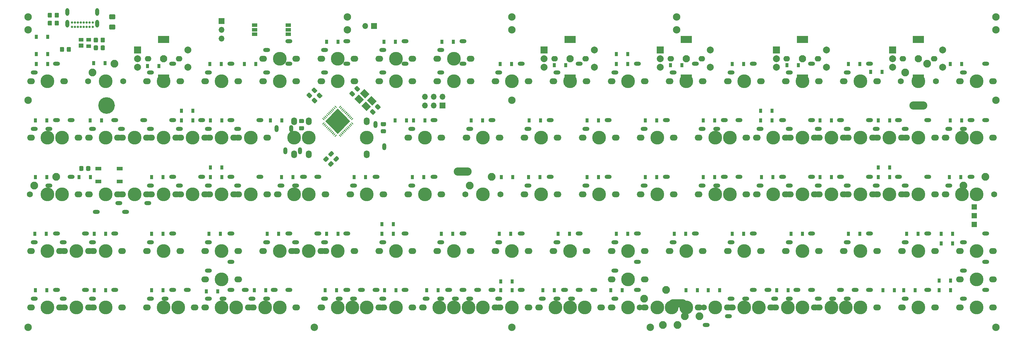
<source format=gbr>
%TF.GenerationSoftware,KiCad,Pcbnew,(5.1.9-0-10_14)*%
%TF.CreationDate,2021-02-02T05:51:32+09:00*%
%TF.ProjectId,Unison,556e6973-6f6e-42e6-9b69-6361645f7063,v01_1AU*%
%TF.SameCoordinates,Original*%
%TF.FileFunction,Soldermask,Bot*%
%TF.FilePolarity,Negative*%
%FSLAX46Y46*%
G04 Gerber Fmt 4.6, Leading zero omitted, Abs format (unit mm)*
G04 Created by KiCad (PCBNEW (5.1.9-0-10_14)) date 2021-02-02 05:51:32*
%MOMM*%
%LPD*%
G01*
G04 APERTURE LIST*
%ADD10C,2.250000*%
%ADD11C,3.987800*%
%ADD12C,1.750000*%
%ADD13O,5.200000X2.400000*%
%ADD14C,1.000000*%
%ADD15C,4.800000*%
%ADD16R,1.400000X1.000000*%
%ADD17R,1.400000X1.200000*%
%ADD18C,0.100000*%
%ADD19R,0.900000X1.200000*%
%ADD20R,1.500000X1.000000*%
%ADD21R,1.524000X1.524000*%
%ADD22R,1.800000X1.100000*%
%ADD23O,1.108000X2.216000*%
%ADD24C,0.650000*%
%ADD25O,1.900000X1.600000*%
%ADD26C,2.100000*%
%ADD27R,2.000000X2.000000*%
%ADD28C,2.000000*%
%ADD29R,3.200000X2.000000*%
%ADD30R,1.700000X1.700000*%
%ADD31O,1.700000X1.700000*%
%ADD32C,2.140000*%
%ADD33O,2.260000X1.680000*%
%ADD34O,2.000000X1.200000*%
%ADD35C,3.980000*%
%ADD36O,1.680000X2.260000*%
%ADD37O,1.200000X2.000000*%
G04 APERTURE END LIST*
%TO.C,C2*%
G36*
G01*
X118804073Y-46217678D02*
X118132322Y-45545927D01*
G75*
G02*
X118132322Y-45192373I176777J176777D01*
G01*
X118609619Y-44715076D01*
G75*
G02*
X118963173Y-44715076I176777J-176777D01*
G01*
X119634924Y-45386827D01*
G75*
G02*
X119634924Y-45740381I-176777J-176777D01*
G01*
X119157627Y-46217678D01*
G75*
G02*
X118804073Y-46217678I-176777J176777D01*
G01*
G37*
G36*
G01*
X117336827Y-47684924D02*
X116665076Y-47013173D01*
G75*
G02*
X116665076Y-46659619I176777J176777D01*
G01*
X117142373Y-46182322D01*
G75*
G02*
X117495927Y-46182322I176777J-176777D01*
G01*
X118167678Y-46854073D01*
G75*
G02*
X118167678Y-47207627I-176777J-176777D01*
G01*
X117690381Y-47684924D01*
G75*
G02*
X117336827Y-47684924I-176777J176777D01*
G01*
G37*
%TD*%
D10*
%TO.C,SW_91*%
X277840000Y-32920008D03*
D11*
X275300000Y-38000008D03*
D10*
X271490000Y-35460008D03*
D12*
X270220000Y-38000008D03*
X280380000Y-38000008D03*
%TD*%
D10*
%TO.C,SW_60_3*%
X202240000Y-98520000D03*
D11*
X199700000Y-103600000D03*
D10*
X195890000Y-101060000D03*
D12*
X194620000Y-103600000D03*
X204780000Y-103600000D03*
%TD*%
D10*
%TO.C,SW_75_1*%
X205560000Y-108680000D03*
D11*
X208100000Y-103600000D03*
D10*
X211910000Y-106140000D03*
D12*
X213180000Y-103600000D03*
X203020000Y-103600000D03*
%TD*%
D10*
%TO.C,SW_75_2*%
X201360000Y-108680000D03*
D11*
X203900000Y-103600000D03*
D10*
X207710000Y-106140000D03*
D12*
X208980000Y-103600000D03*
X198820000Y-103600000D03*
%TD*%
D10*
%TO.C,SW_21*%
X42640000Y-32920000D03*
D11*
X40100000Y-38000000D03*
D10*
X36290000Y-35460000D03*
D12*
X35020000Y-38000000D03*
X45180000Y-38000000D03*
%TD*%
D10*
%TO.C,SW_53*%
X151840000Y-65720000D03*
D11*
X149300000Y-70800000D03*
D10*
X145490000Y-68260000D03*
D12*
X144220000Y-70800000D03*
X154380000Y-70800000D03*
%TD*%
D10*
%TO.C,SW_18_1*%
X25840000Y-65720000D03*
D11*
X23300000Y-70800000D03*
D10*
X19490000Y-68260000D03*
D12*
X18220000Y-70800000D03*
X28380000Y-70800000D03*
%TD*%
D10*
%TO.C,SW_8_1*%
X294640000Y-65720000D03*
D11*
X292100000Y-70800000D03*
D10*
X288290000Y-68260000D03*
D12*
X287020000Y-70800000D03*
X297180000Y-70800000D03*
%TD*%
D13*
%TO.C,REF\u002A\u002A*%
X143400000Y-64200000D03*
X205700000Y-102400000D03*
X275250000Y-45100000D03*
D14*
X41650000Y-46450000D03*
X39050000Y-46400000D03*
X41650000Y-43750000D03*
X39050000Y-43750000D03*
X40400000Y-47000000D03*
X42300000Y-45100000D03*
X38500000Y-45100000D03*
X40400000Y-43200000D03*
D15*
X40400000Y-45100000D03*
%TD*%
%TO.C,R7*%
G36*
G01*
X37900000Y-25649999D02*
X37900000Y-26550001D01*
G75*
G02*
X37650001Y-26800000I-249999J0D01*
G01*
X36949999Y-26800000D01*
G75*
G02*
X36700000Y-26550001I0J249999D01*
G01*
X36700000Y-25649999D01*
G75*
G02*
X36949999Y-25400000I249999J0D01*
G01*
X37650001Y-25400000D01*
G75*
G02*
X37900000Y-25649999I0J-249999D01*
G01*
G37*
G36*
G01*
X39900000Y-25649999D02*
X39900000Y-26550001D01*
G75*
G02*
X39650001Y-26800000I-249999J0D01*
G01*
X38949999Y-26800000D01*
G75*
G02*
X38700000Y-26550001I0J249999D01*
G01*
X38700000Y-25649999D01*
G75*
G02*
X38949999Y-25400000I249999J0D01*
G01*
X39650001Y-25400000D01*
G75*
G02*
X39900000Y-25649999I0J-249999D01*
G01*
G37*
%TD*%
D16*
%TO.C,D102*%
X35200000Y-27900000D03*
X35200000Y-26000000D03*
X33000000Y-26000000D03*
D17*
X33000000Y-27720000D03*
%TD*%
%TO.C,C3*%
G36*
G01*
X111386827Y-42434924D02*
X110715076Y-41763173D01*
G75*
G02*
X110715076Y-41409619I176777J176777D01*
G01*
X111192373Y-40932322D01*
G75*
G02*
X111545927Y-40932322I176777J-176777D01*
G01*
X112217678Y-41604073D01*
G75*
G02*
X112217678Y-41957627I-176777J-176777D01*
G01*
X111740381Y-42434924D01*
G75*
G02*
X111386827Y-42434924I-176777J176777D01*
G01*
G37*
G36*
G01*
X112854073Y-40967678D02*
X112182322Y-40295927D01*
G75*
G02*
X112182322Y-39942373I176777J176777D01*
G01*
X112659619Y-39465076D01*
G75*
G02*
X113013173Y-39465076I176777J-176777D01*
G01*
X113684924Y-40136827D01*
G75*
G02*
X113684924Y-40490381I-176777J-176777D01*
G01*
X113207627Y-40967678D01*
G75*
G02*
X112854073Y-40967678I-176777J176777D01*
G01*
G37*
%TD*%
D18*
%TO.C,Y1*%
G36*
X118517336Y-43768198D02*
G01*
X117244544Y-45040990D01*
X115759620Y-43556066D01*
X117032412Y-42283274D01*
X118517336Y-43768198D01*
G37*
G36*
X116466726Y-41717588D02*
G01*
X115193934Y-42990380D01*
X113709010Y-41505456D01*
X114981802Y-40232664D01*
X116466726Y-41717588D01*
G37*
G36*
X114840380Y-43343934D02*
G01*
X113567588Y-44616726D01*
X112082664Y-43131802D01*
X113355456Y-41859010D01*
X114840380Y-43343934D01*
G37*
G36*
X116890990Y-45394544D02*
G01*
X115618198Y-46667336D01*
X114133274Y-45182412D01*
X115406066Y-43909620D01*
X116890990Y-45394544D01*
G37*
%TD*%
D19*
%TO.C,D94*%
X284550000Y-95800000D03*
X281250000Y-95800000D03*
%TD*%
%TO.C,C1*%
G36*
G01*
X120965000Y-51030000D02*
X120015000Y-51030000D01*
G75*
G02*
X119765000Y-50780000I0J250000D01*
G01*
X119765000Y-50105000D01*
G75*
G02*
X120015000Y-49855000I250000J0D01*
G01*
X120965000Y-49855000D01*
G75*
G02*
X121215000Y-50105000I0J-250000D01*
G01*
X121215000Y-50780000D01*
G75*
G02*
X120965000Y-51030000I-250000J0D01*
G01*
G37*
G36*
G01*
X120965000Y-53105000D02*
X120015000Y-53105000D01*
G75*
G02*
X119765000Y-52855000I0J250000D01*
G01*
X119765000Y-52180000D01*
G75*
G02*
X120015000Y-51930000I250000J0D01*
G01*
X120965000Y-51930000D01*
G75*
G02*
X121215000Y-52180000I0J-250000D01*
G01*
X121215000Y-52855000D01*
G75*
G02*
X120965000Y-53105000I-250000J0D01*
G01*
G37*
%TD*%
%TO.C,C4*%
G36*
G01*
X106082322Y-60454073D02*
X106754073Y-59782322D01*
G75*
G02*
X107107627Y-59782322I176777J-176777D01*
G01*
X107584924Y-60259619D01*
G75*
G02*
X107584924Y-60613173I-176777J-176777D01*
G01*
X106913173Y-61284924D01*
G75*
G02*
X106559619Y-61284924I-176777J176777D01*
G01*
X106082322Y-60807627D01*
G75*
G02*
X106082322Y-60454073I176777J176777D01*
G01*
G37*
G36*
G01*
X104615076Y-58986827D02*
X105286827Y-58315076D01*
G75*
G02*
X105640381Y-58315076I176777J-176777D01*
G01*
X106117678Y-58792373D01*
G75*
G02*
X106117678Y-59145927I-176777J-176777D01*
G01*
X105445927Y-59817678D01*
G75*
G02*
X105092373Y-59817678I-176777J176777D01*
G01*
X104615076Y-59340381D01*
G75*
G02*
X104615076Y-58986827I176777J176777D01*
G01*
G37*
%TD*%
%TO.C,C5*%
G36*
G01*
X101954073Y-42917678D02*
X101282322Y-42245927D01*
G75*
G02*
X101282322Y-41892373I176777J176777D01*
G01*
X101759619Y-41415076D01*
G75*
G02*
X102113173Y-41415076I176777J-176777D01*
G01*
X102784924Y-42086827D01*
G75*
G02*
X102784924Y-42440381I-176777J-176777D01*
G01*
X102307627Y-42917678D01*
G75*
G02*
X101954073Y-42917678I-176777J176777D01*
G01*
G37*
G36*
G01*
X100486827Y-44384924D02*
X99815076Y-43713173D01*
G75*
G02*
X99815076Y-43359619I176777J176777D01*
G01*
X100292373Y-42882322D01*
G75*
G02*
X100645927Y-42882322I176777J-176777D01*
G01*
X101317678Y-43554073D01*
G75*
G02*
X101317678Y-43907627I-176777J-176777D01*
G01*
X100840381Y-44384924D01*
G75*
G02*
X100486827Y-44384924I-176777J176777D01*
G01*
G37*
%TD*%
%TO.C,C6*%
G36*
G01*
X99145927Y-41382322D02*
X99817678Y-42054073D01*
G75*
G02*
X99817678Y-42407627I-176777J-176777D01*
G01*
X99340381Y-42884924D01*
G75*
G02*
X98986827Y-42884924I-176777J176777D01*
G01*
X98315076Y-42213173D01*
G75*
G02*
X98315076Y-41859619I176777J176777D01*
G01*
X98792373Y-41382322D01*
G75*
G02*
X99145927Y-41382322I176777J-176777D01*
G01*
G37*
G36*
G01*
X100613173Y-39915076D02*
X101284924Y-40586827D01*
G75*
G02*
X101284924Y-40940381I-176777J-176777D01*
G01*
X100807627Y-41417678D01*
G75*
G02*
X100454073Y-41417678I-176777J176777D01*
G01*
X99782322Y-40745927D01*
G75*
G02*
X99782322Y-40392373I176777J176777D01*
G01*
X100259619Y-39915076D01*
G75*
G02*
X100613173Y-39915076I176777J-176777D01*
G01*
G37*
%TD*%
%TO.C,C7*%
G36*
G01*
X97275000Y-50150000D02*
X96325000Y-50150000D01*
G75*
G02*
X96075000Y-49900000I0J250000D01*
G01*
X96075000Y-49225000D01*
G75*
G02*
X96325000Y-48975000I250000J0D01*
G01*
X97275000Y-48975000D01*
G75*
G02*
X97525000Y-49225000I0J-250000D01*
G01*
X97525000Y-49900000D01*
G75*
G02*
X97275000Y-50150000I-250000J0D01*
G01*
G37*
G36*
G01*
X97275000Y-52225000D02*
X96325000Y-52225000D01*
G75*
G02*
X96075000Y-51975000I0J250000D01*
G01*
X96075000Y-51300000D01*
G75*
G02*
X96325000Y-51050000I250000J0D01*
G01*
X97275000Y-51050000D01*
G75*
G02*
X97525000Y-51300000I0J-250000D01*
G01*
X97525000Y-51975000D01*
G75*
G02*
X97275000Y-52225000I-250000J0D01*
G01*
G37*
%TD*%
%TO.C,D1*%
X23350000Y-30200000D03*
X20050000Y-30200000D03*
%TD*%
%TO.C,D2*%
X23350000Y-25200000D03*
X20050000Y-25200000D03*
%TD*%
%TO.C,D3*%
X23350000Y-33000000D03*
X20050000Y-33000000D03*
%TD*%
%TO.C,D4*%
X23150000Y-49400000D03*
X19850000Y-49400000D03*
%TD*%
%TO.C,D5*%
X23150000Y-65800000D03*
X19850000Y-65800000D03*
%TD*%
%TO.C,D6*%
X22950000Y-82200000D03*
X19650000Y-82200000D03*
%TD*%
%TO.C,D7*%
X23150000Y-98600000D03*
X19850000Y-98600000D03*
%TD*%
%TO.C,D9*%
X39950000Y-32800000D03*
X36650000Y-32800000D03*
%TD*%
%TO.C,D10*%
X38950000Y-49400000D03*
X35650000Y-49400000D03*
%TD*%
%TO.C,D11*%
X35750000Y-65800000D03*
X32450000Y-65800000D03*
%TD*%
%TO.C,D12*%
X40150000Y-82200000D03*
X36850000Y-82200000D03*
%TD*%
%TO.C,D13*%
X40150000Y-98600000D03*
X36850000Y-98600000D03*
%TD*%
%TO.C,D14*%
X65350000Y-46600000D03*
X62050000Y-46600000D03*
%TD*%
%TO.C,D15*%
X55550000Y-33600000D03*
X52250000Y-33600000D03*
%TD*%
%TO.C,D16*%
X65350000Y-49400000D03*
X62050000Y-49400000D03*
%TD*%
%TO.C,D17*%
X56750000Y-65800000D03*
X53450000Y-65800000D03*
%TD*%
%TO.C,D18*%
X56750000Y-82200000D03*
X53450000Y-82200000D03*
%TD*%
%TO.C,D19*%
X56750000Y-98600000D03*
X53450000Y-98600000D03*
%TD*%
%TO.C,D20*%
X73550000Y-33000000D03*
X70250000Y-33000000D03*
%TD*%
%TO.C,D21*%
X73750000Y-49400000D03*
X70450000Y-49400000D03*
%TD*%
%TO.C,D22*%
X73750000Y-65800000D03*
X70450000Y-65800000D03*
%TD*%
%TO.C,D23*%
X73350000Y-82200000D03*
X70050000Y-82200000D03*
%TD*%
%TO.C,D24*%
X72550000Y-98900000D03*
X69250000Y-98900000D03*
%TD*%
%TO.C,D25*%
X73750000Y-63000000D03*
X70450000Y-63000000D03*
%TD*%
%TO.C,D26*%
X83575000Y-33000000D03*
X80275000Y-33000000D03*
%TD*%
%TO.C,D27*%
X91150000Y-49400000D03*
X87850000Y-49400000D03*
%TD*%
%TO.C,D28*%
X94350000Y-65800000D03*
X91050000Y-65800000D03*
%TD*%
%TO.C,D29*%
X90150000Y-82200000D03*
X86850000Y-82200000D03*
%TD*%
%TO.C,D30*%
X86450000Y-98600000D03*
X83150000Y-98600000D03*
%TD*%
%TO.C,D31*%
X107350000Y-26600000D03*
X104050000Y-26600000D03*
%TD*%
%TO.C,D32*%
X127150000Y-49400000D03*
X123850000Y-49400000D03*
%TD*%
%TO.C,D33*%
X115350000Y-65800000D03*
X112050000Y-65800000D03*
%TD*%
%TO.C,D34*%
X107350000Y-82200000D03*
X104050000Y-82200000D03*
%TD*%
%TO.C,D35*%
X106950000Y-98600000D03*
X103650000Y-98600000D03*
%TD*%
%TO.C,D36*%
X123350000Y-79400000D03*
X120050000Y-79400000D03*
%TD*%
%TO.C,D37*%
X123950000Y-26600000D03*
X120650000Y-26600000D03*
%TD*%
%TO.C,D38*%
X132550000Y-49400000D03*
X129250000Y-49400000D03*
%TD*%
%TO.C,D39*%
X132150000Y-65800000D03*
X128850000Y-65800000D03*
%TD*%
%TO.C,D40*%
X123350000Y-82200000D03*
X120050000Y-82200000D03*
%TD*%
%TO.C,D41*%
X124150000Y-98600000D03*
X120850000Y-98600000D03*
%TD*%
%TO.C,D42*%
X140750000Y-26600000D03*
X137450000Y-26600000D03*
%TD*%
%TO.C,D43*%
X149150000Y-49400000D03*
X145850000Y-49400000D03*
%TD*%
%TO.C,D44*%
X157950000Y-65800000D03*
X154650000Y-65800000D03*
%TD*%
%TO.C,D45*%
X140550000Y-82200000D03*
X137250000Y-82200000D03*
%TD*%
%TO.C,D46*%
X136350000Y-98600000D03*
X133050000Y-98600000D03*
%TD*%
%TO.C,D47*%
X157750000Y-96000000D03*
X154450000Y-96000000D03*
%TD*%
%TO.C,D48*%
X157550000Y-33000000D03*
X154250000Y-33000000D03*
%TD*%
%TO.C,D49*%
X165950000Y-49400000D03*
X162650000Y-49400000D03*
%TD*%
%TO.C,D50*%
X165750000Y-65800000D03*
X162450000Y-65800000D03*
%TD*%
%TO.C,D51*%
X157350000Y-82200000D03*
X154050000Y-82200000D03*
%TD*%
%TO.C,D52*%
X157750000Y-98600000D03*
X154450000Y-98600000D03*
%TD*%
%TO.C,D54*%
X173250000Y-33400000D03*
X169950000Y-33400000D03*
%TD*%
%TO.C,D55*%
X182750000Y-49400000D03*
X179450000Y-49400000D03*
%TD*%
%TO.C,D56*%
X182750000Y-65800000D03*
X179450000Y-65800000D03*
%TD*%
%TO.C,D57*%
X174350000Y-82200000D03*
X171050000Y-82200000D03*
%TD*%
%TO.C,D58*%
X169950000Y-98600000D03*
X166650000Y-98600000D03*
%TD*%
%TO.C,D59*%
X191150000Y-30200000D03*
X187850000Y-30200000D03*
%TD*%
%TO.C,D60*%
X191150000Y-33000000D03*
X187850000Y-33000000D03*
%TD*%
%TO.C,D61*%
X199550000Y-49400000D03*
X196250000Y-49400000D03*
%TD*%
%TO.C,D62*%
X199550000Y-65800000D03*
X196250000Y-65800000D03*
%TD*%
%TO.C,D63*%
X191150000Y-82200000D03*
X187850000Y-82200000D03*
%TD*%
%TO.C,D64*%
X189550000Y-98600000D03*
X186250000Y-98600000D03*
%TD*%
%TO.C,D66*%
X206850000Y-33400000D03*
X203550000Y-33400000D03*
%TD*%
%TO.C,D67*%
X216350000Y-49400000D03*
X213050000Y-49400000D03*
%TD*%
%TO.C,D68*%
X216350000Y-65800000D03*
X213050000Y-65800000D03*
%TD*%
%TO.C,D69*%
X207950000Y-82200000D03*
X204650000Y-82200000D03*
%TD*%
%TO.C,D70*%
X211350000Y-98600000D03*
X208050000Y-98600000D03*
%TD*%
%TO.C,D71*%
X232950000Y-46600000D03*
X229650000Y-46600000D03*
%TD*%
%TO.C,D72*%
X224750000Y-33000000D03*
X221450000Y-33000000D03*
%TD*%
%TO.C,D73*%
X232950000Y-49400000D03*
X229650000Y-49400000D03*
%TD*%
%TO.C,D74*%
X233150000Y-65800000D03*
X229850000Y-65800000D03*
%TD*%
%TO.C,D75*%
X224750000Y-82200000D03*
X221450000Y-82200000D03*
%TD*%
%TO.C,D76*%
X217750000Y-98600000D03*
X214450000Y-98600000D03*
%TD*%
%TO.C,D78*%
X240550000Y-33400000D03*
X237250000Y-33400000D03*
%TD*%
%TO.C,D79*%
X250150000Y-49400000D03*
X246850000Y-49400000D03*
%TD*%
%TO.C,D80*%
X250150000Y-65800000D03*
X246850000Y-65800000D03*
%TD*%
%TO.C,D81*%
X241750000Y-82200000D03*
X238450000Y-82200000D03*
%TD*%
%TO.C,D82*%
X237550000Y-98600000D03*
X234250000Y-98600000D03*
%TD*%
%TO.C,D83*%
X266950000Y-63000000D03*
X263650000Y-63000000D03*
%TD*%
%TO.C,D84*%
X258350000Y-33000000D03*
X255050000Y-33000000D03*
%TD*%
%TO.C,D85*%
X266950000Y-49400000D03*
X263650000Y-49400000D03*
%TD*%
%TO.C,D86*%
X266950000Y-65800000D03*
X263650000Y-65800000D03*
%TD*%
%TO.C,D87*%
X258350000Y-82200000D03*
X255050000Y-82200000D03*
%TD*%
%TO.C,D88*%
X268350000Y-98600000D03*
X265050000Y-98600000D03*
%TD*%
%TO.C,D90*%
X264800000Y-35350000D03*
X261500000Y-35350000D03*
%TD*%
%TO.C,D91*%
X275150000Y-82200000D03*
X271850000Y-82200000D03*
%TD*%
%TO.C,D92*%
X274350000Y-98600000D03*
X271050000Y-98600000D03*
%TD*%
%TO.C,D93*%
X285150000Y-85000000D03*
X281850000Y-85000000D03*
%TD*%
%TO.C,D95*%
X287750000Y-33000000D03*
X284450000Y-33000000D03*
%TD*%
%TO.C,D96*%
X287750000Y-49400000D03*
X284450000Y-49400000D03*
%TD*%
%TO.C,D97*%
X287550000Y-65800000D03*
X284250000Y-65800000D03*
%TD*%
%TO.C,D98*%
X285150000Y-82200000D03*
X281850000Y-82200000D03*
%TD*%
%TO.C,D99*%
X284550000Y-98600000D03*
X281250000Y-98600000D03*
%TD*%
%TO.C,F1*%
G36*
G01*
X42675000Y-20075000D02*
X41425000Y-20075000D01*
G75*
G02*
X41175000Y-19825000I0J250000D01*
G01*
X41175000Y-18900000D01*
G75*
G02*
X41425000Y-18650000I250000J0D01*
G01*
X42675000Y-18650000D01*
G75*
G02*
X42925000Y-18900000I0J-250000D01*
G01*
X42925000Y-19825000D01*
G75*
G02*
X42675000Y-20075000I-250000J0D01*
G01*
G37*
G36*
G01*
X42675000Y-23050000D02*
X41425000Y-23050000D01*
G75*
G02*
X41175000Y-22800000I0J250000D01*
G01*
X41175000Y-21875000D01*
G75*
G02*
X41425000Y-21625000I250000J0D01*
G01*
X42675000Y-21625000D01*
G75*
G02*
X42925000Y-21875000I0J-250000D01*
G01*
X42925000Y-22800000D01*
G75*
G02*
X42675000Y-23050000I-250000J0D01*
G01*
G37*
%TD*%
D20*
%TO.C,JP_LED2*%
X83200000Y-21800000D03*
X83200000Y-23100000D03*
X83200000Y-24400000D03*
%TD*%
D21*
%TO.C,L15*%
X291450000Y-74470000D03*
X291450000Y-77010000D03*
X291450000Y-79550000D03*
%TD*%
%TO.C,R1*%
G36*
G01*
X28100000Y-28349999D02*
X28100000Y-29250001D01*
G75*
G02*
X27850001Y-29500000I-249999J0D01*
G01*
X27149999Y-29500000D01*
G75*
G02*
X26900000Y-29250001I0J249999D01*
G01*
X26900000Y-28349999D01*
G75*
G02*
X27149999Y-28100000I249999J0D01*
G01*
X27850001Y-28100000D01*
G75*
G02*
X28100000Y-28349999I0J-249999D01*
G01*
G37*
G36*
G01*
X30100000Y-28349999D02*
X30100000Y-29250001D01*
G75*
G02*
X29850001Y-29500000I-249999J0D01*
G01*
X29149999Y-29500000D01*
G75*
G02*
X28900000Y-29250001I0J249999D01*
G01*
X28900000Y-28349999D01*
G75*
G02*
X29149999Y-28100000I249999J0D01*
G01*
X29850001Y-28100000D01*
G75*
G02*
X30100000Y-28349999I0J-249999D01*
G01*
G37*
%TD*%
%TO.C,R4*%
G36*
G01*
X34500000Y-63750001D02*
X34500000Y-62849999D01*
G75*
G02*
X34749999Y-62600000I249999J0D01*
G01*
X35450001Y-62600000D01*
G75*
G02*
X35700000Y-62849999I0J-249999D01*
G01*
X35700000Y-63750001D01*
G75*
G02*
X35450001Y-64000000I-249999J0D01*
G01*
X34749999Y-64000000D01*
G75*
G02*
X34500000Y-63750001I0J249999D01*
G01*
G37*
G36*
G01*
X32500000Y-63750001D02*
X32500000Y-62849999D01*
G75*
G02*
X32749999Y-62600000I249999J0D01*
G01*
X33450001Y-62600000D01*
G75*
G02*
X33700000Y-62849999I0J-249999D01*
G01*
X33700000Y-63750001D01*
G75*
G02*
X33450001Y-64000000I-249999J0D01*
G01*
X32749999Y-64000000D01*
G75*
G02*
X32500000Y-63750001I0J249999D01*
G01*
G37*
%TD*%
%TO.C,R5*%
G36*
G01*
X25400000Y-19350001D02*
X25400000Y-18449999D01*
G75*
G02*
X25649999Y-18200000I249999J0D01*
G01*
X26350001Y-18200000D01*
G75*
G02*
X26600000Y-18449999I0J-249999D01*
G01*
X26600000Y-19350001D01*
G75*
G02*
X26350001Y-19600000I-249999J0D01*
G01*
X25649999Y-19600000D01*
G75*
G02*
X25400000Y-19350001I0J249999D01*
G01*
G37*
G36*
G01*
X23400000Y-19350001D02*
X23400000Y-18449999D01*
G75*
G02*
X23649999Y-18200000I249999J0D01*
G01*
X24350001Y-18200000D01*
G75*
G02*
X24600000Y-18449999I0J-249999D01*
G01*
X24600000Y-19350001D01*
G75*
G02*
X24350001Y-19600000I-249999J0D01*
G01*
X23649999Y-19600000D01*
G75*
G02*
X23400000Y-19350001I0J249999D01*
G01*
G37*
%TD*%
%TO.C,R6*%
G36*
G01*
X25400000Y-21650001D02*
X25400000Y-20749999D01*
G75*
G02*
X25649999Y-20500000I249999J0D01*
G01*
X26350001Y-20500000D01*
G75*
G02*
X26600000Y-20749999I0J-249999D01*
G01*
X26600000Y-21650001D01*
G75*
G02*
X26350001Y-21900000I-249999J0D01*
G01*
X25649999Y-21900000D01*
G75*
G02*
X25400000Y-21650001I0J249999D01*
G01*
G37*
G36*
G01*
X23400000Y-21650001D02*
X23400000Y-20749999D01*
G75*
G02*
X23649999Y-20500000I249999J0D01*
G01*
X24350001Y-20500000D01*
G75*
G02*
X24600000Y-20749999I0J-249999D01*
G01*
X24600000Y-21650001D01*
G75*
G02*
X24350001Y-21900000I-249999J0D01*
G01*
X23649999Y-21900000D01*
G75*
G02*
X23400000Y-21650001I0J249999D01*
G01*
G37*
%TD*%
%TO.C,R8*%
G36*
G01*
X37900000Y-27899999D02*
X37900000Y-28800001D01*
G75*
G02*
X37650001Y-29050000I-249999J0D01*
G01*
X36949999Y-29050000D01*
G75*
G02*
X36700000Y-28800001I0J249999D01*
G01*
X36700000Y-27899999D01*
G75*
G02*
X36949999Y-27650000I249999J0D01*
G01*
X37650001Y-27650000D01*
G75*
G02*
X37900000Y-27899999I0J-249999D01*
G01*
G37*
G36*
G01*
X39900000Y-27899999D02*
X39900000Y-28800001D01*
G75*
G02*
X39650001Y-29050000I-249999J0D01*
G01*
X38949999Y-29050000D01*
G75*
G02*
X38700000Y-28800001I0J249999D01*
G01*
X38700000Y-27899999D01*
G75*
G02*
X38949999Y-27650000I249999J0D01*
G01*
X39650001Y-27650000D01*
G75*
G02*
X39900000Y-27899999I0J-249999D01*
G01*
G37*
%TD*%
%TO.C,R9*%
G36*
G01*
X104557537Y-61893935D02*
X105193935Y-61257537D01*
G75*
G02*
X105547487Y-61257537I176776J-176776D01*
G01*
X106042463Y-61752513D01*
G75*
G02*
X106042463Y-62106065I-176776J-176776D01*
G01*
X105406065Y-62742463D01*
G75*
G02*
X105052513Y-62742463I-176776J176776D01*
G01*
X104557537Y-62247487D01*
G75*
G02*
X104557537Y-61893935I176776J176776D01*
G01*
G37*
G36*
G01*
X103143323Y-60479721D02*
X103779721Y-59843323D01*
G75*
G02*
X104133273Y-59843323I176776J-176776D01*
G01*
X104628249Y-60338299D01*
G75*
G02*
X104628249Y-60691851I-176776J-176776D01*
G01*
X103991851Y-61328249D01*
G75*
G02*
X103638299Y-61328249I-176776J176776D01*
G01*
X103143323Y-60833273D01*
G75*
G02*
X103143323Y-60479721I176776J176776D01*
G01*
G37*
%TD*%
D22*
%TO.C,ResetSW1*%
X44200000Y-63350000D03*
X38000000Y-63350000D03*
X44200000Y-67050000D03*
X38000000Y-67050000D03*
%TD*%
D23*
%TO.C,J1*%
X29075000Y-17965000D03*
X37725000Y-17965000D03*
X37725000Y-21345000D03*
X29075000Y-21345000D03*
D24*
X30425000Y-20975000D03*
X31275000Y-20975000D03*
X32125000Y-20975000D03*
X32975000Y-20975000D03*
X33825000Y-20975000D03*
X34675000Y-20975000D03*
X35525000Y-20975000D03*
X36375000Y-20975000D03*
X36375000Y-22325000D03*
X35525000Y-22325000D03*
X34675000Y-22325000D03*
X33825000Y-22325000D03*
X32975000Y-22325000D03*
X32125000Y-22325000D03*
X31275000Y-22325000D03*
X30425000Y-22325000D03*
%TD*%
D25*
%TO.C,SW_RE1*%
X61400000Y-31500000D03*
X52400000Y-31500000D03*
D26*
X56900000Y-31500000D03*
D27*
X49400000Y-29000000D03*
D28*
X49400000Y-31500000D03*
X49400000Y-34000000D03*
D29*
X56900000Y-25900000D03*
X56900000Y-37100000D03*
D28*
X63900000Y-29000000D03*
X63900000Y-34000000D03*
%TD*%
%TO.C,SW_RE2*%
X181500000Y-34000000D03*
X181500000Y-29000000D03*
D29*
X174500000Y-37100000D03*
X174500000Y-25900000D03*
D28*
X167000000Y-34000000D03*
X167000000Y-31500000D03*
D27*
X167000000Y-29000000D03*
D26*
X174500000Y-31500000D03*
D25*
X170000000Y-31500000D03*
X179000000Y-31500000D03*
%TD*%
D28*
%TO.C,SW_RE3*%
X215100000Y-34000000D03*
X215100000Y-29000000D03*
D29*
X208100000Y-37100000D03*
X208100000Y-25900000D03*
D28*
X200600000Y-34000000D03*
X200600000Y-31500000D03*
D27*
X200600000Y-29000000D03*
D26*
X208100000Y-31500000D03*
D25*
X203600000Y-31500000D03*
X212600000Y-31500000D03*
%TD*%
%TO.C,SW_RE4*%
X246200000Y-31500000D03*
X237200000Y-31500000D03*
D26*
X241700000Y-31500000D03*
D27*
X234200000Y-29000000D03*
D28*
X234200000Y-31500000D03*
X234200000Y-34000000D03*
D29*
X241700000Y-25900000D03*
X241700000Y-37100000D03*
D28*
X248700000Y-29000000D03*
X248700000Y-34000000D03*
%TD*%
%TO.C,SW_RE5*%
X282300000Y-34000000D03*
X282300000Y-29000000D03*
D29*
X275300000Y-37100000D03*
X275300000Y-25900000D03*
D28*
X267800000Y-34000000D03*
X267800000Y-31500000D03*
D27*
X267800000Y-29000000D03*
D26*
X275300000Y-31500000D03*
D25*
X270800000Y-31500000D03*
X279800000Y-31500000D03*
%TD*%
D30*
%TO.C,J3*%
X73700000Y-20600000D03*
D31*
X73700000Y-23140000D03*
X73700000Y-25680000D03*
%TD*%
D30*
%TO.C,J2*%
X137550000Y-45100000D03*
D31*
X137550000Y-42560000D03*
X135010000Y-45100000D03*
X135010000Y-42560000D03*
X132470000Y-45100000D03*
X132470000Y-42560000D03*
%TD*%
D20*
%TO.C,JP_LED1*%
X93000000Y-24400000D03*
X93000000Y-23100000D03*
X93000000Y-21800000D03*
%TD*%
D30*
%TO.C,J4*%
X117800000Y-22000000D03*
D31*
X115260000Y-22000000D03*
%TD*%
D32*
%TO.C,H1*%
X17700000Y-19400000D03*
%TD*%
%TO.C,H2*%
X110100000Y-19400000D03*
%TD*%
%TO.C,H3*%
X157700000Y-19400000D03*
%TD*%
%TO.C,H4*%
X205300000Y-19400000D03*
%TD*%
%TO.C,H5*%
X297700000Y-19400000D03*
%TD*%
%TO.C,H6*%
X17700000Y-23100000D03*
%TD*%
%TO.C,H7*%
X110100000Y-23100000D03*
%TD*%
%TO.C,H8*%
X157700000Y-23100000D03*
%TD*%
%TO.C,H9*%
X205300000Y-23100000D03*
%TD*%
%TO.C,H10*%
X297700000Y-23100000D03*
%TD*%
%TO.C,H11*%
X17700000Y-43500000D03*
%TD*%
%TO.C,H12*%
X157700000Y-43500000D03*
%TD*%
%TO.C,H13*%
X297700000Y-43500000D03*
%TD*%
%TO.C,H14*%
X17700000Y-109300000D03*
%TD*%
%TO.C,H15*%
X157700000Y-109300000D03*
%TD*%
%TO.C,H16*%
X297700000Y-109300000D03*
%TD*%
%TO.C,H17*%
X100500000Y-109300000D03*
%TD*%
%TO.C,H18*%
X197700000Y-109300000D03*
%TD*%
D33*
%TO.C,SW_6*%
X287310000Y-38000000D03*
X296890000Y-38000000D03*
D34*
X288290000Y-35460000D03*
X294740000Y-32920000D03*
D35*
X292100000Y-38000000D03*
%TD*%
%TO.C,SW_9*%
X292100000Y-87200000D03*
D34*
X294740000Y-82120000D03*
X288290000Y-84660000D03*
D33*
X296890000Y-87200000D03*
X287310000Y-87200000D03*
%TD*%
%TO.C,SW_14*%
X35310000Y-87200000D03*
X44890000Y-87200000D03*
D34*
X36290000Y-84660000D03*
X42740000Y-82120000D03*
D35*
X40100000Y-87200000D03*
%TD*%
%TO.C,SW_15*%
X40100000Y-103600000D03*
D34*
X42740000Y-98520000D03*
X36290000Y-101060000D03*
D33*
X44890000Y-103600000D03*
X35310000Y-103600000D03*
%TD*%
%TO.C,SW_16*%
X18510000Y-38000000D03*
X28090000Y-38000000D03*
D34*
X19490000Y-35460000D03*
X25940000Y-32920000D03*
D35*
X23300000Y-38000000D03*
%TD*%
D33*
%TO.C,SW_26*%
X52110000Y-38000000D03*
X61690000Y-38000000D03*
D34*
X53090000Y-35460000D03*
X59540000Y-32920000D03*
D35*
X56900000Y-38000000D03*
%TD*%
%TO.C,SW_29*%
X56900000Y-87200000D03*
D34*
X59540000Y-82120000D03*
X53090000Y-84660000D03*
D33*
X61690000Y-87200000D03*
X52110000Y-87200000D03*
%TD*%
%TO.C,SW_31*%
X68910000Y-38000000D03*
X78490000Y-38000000D03*
D34*
X69890000Y-35460000D03*
X76340000Y-32920000D03*
D35*
X73700000Y-38000000D03*
%TD*%
%TO.C,SW_34*%
X107300000Y-87200000D03*
D34*
X109940000Y-82120000D03*
X103490000Y-84660000D03*
D33*
X112090000Y-87200000D03*
X102510000Y-87200000D03*
%TD*%
D36*
%TO.C,SW_42*%
X115700000Y-49610000D03*
X115700000Y-59190000D03*
D37*
X118240000Y-50590000D03*
X120780000Y-57040000D03*
D35*
X115700000Y-54400000D03*
%TD*%
%TO.C,SW_43*%
X115700000Y-70800000D03*
D34*
X118340000Y-65720000D03*
X111890000Y-68260000D03*
D33*
X120490000Y-70800000D03*
X110910000Y-70800000D03*
%TD*%
D35*
%TO.C,SW_47*%
X132500000Y-54400000D03*
D34*
X135140000Y-49320000D03*
X128690000Y-51860000D03*
D33*
X137290000Y-54400000D03*
X127710000Y-54400000D03*
%TD*%
D35*
%TO.C,SW_48*%
X132500000Y-70800000D03*
D34*
X135140000Y-65720000D03*
X128690000Y-68260000D03*
D33*
X137290000Y-70800000D03*
X127710000Y-70800000D03*
%TD*%
D35*
%TO.C,SW_49*%
X124100000Y-87200000D03*
D34*
X126740000Y-82120000D03*
X120290000Y-84660000D03*
D33*
X128890000Y-87200000D03*
X119310000Y-87200000D03*
%TD*%
D35*
%TO.C,SW_50*%
X157700000Y-103600000D03*
D34*
X160340000Y-98520000D03*
X153890000Y-101060000D03*
D33*
X162490000Y-103600000D03*
X152910000Y-103600000D03*
%TD*%
D35*
%TO.C,SW_52*%
X149300000Y-54400000D03*
D34*
X151940000Y-49320000D03*
X145490000Y-51860000D03*
D33*
X154090000Y-54400000D03*
X144510000Y-54400000D03*
%TD*%
%TO.C,SW_54*%
X136110000Y-87200000D03*
X145690000Y-87200000D03*
D34*
X137090000Y-84660000D03*
X143540000Y-82120000D03*
D35*
X140900000Y-87200000D03*
%TD*%
%TO.C,SW_56*%
X157700000Y-38000000D03*
D34*
X160340000Y-32920000D03*
X153890000Y-35460000D03*
D33*
X162490000Y-38000000D03*
X152910000Y-38000000D03*
%TD*%
D35*
%TO.C,SW_57*%
X166100000Y-54400000D03*
D34*
X168740000Y-49320000D03*
X162290000Y-51860000D03*
D33*
X170890000Y-54400000D03*
X161310000Y-54400000D03*
%TD*%
D35*
%TO.C,SW_58*%
X166100000Y-70800000D03*
D34*
X168740000Y-65720000D03*
X162290000Y-68260000D03*
D33*
X170890000Y-70800000D03*
X161310000Y-70800000D03*
%TD*%
D35*
%TO.C,SW_59*%
X157700000Y-87200000D03*
D34*
X160340000Y-82120000D03*
X153890000Y-84660000D03*
D33*
X162490000Y-87200000D03*
X152910000Y-87200000D03*
%TD*%
D35*
%TO.C,SW_61*%
X174500000Y-38000000D03*
D34*
X177140000Y-32920000D03*
X170690000Y-35460000D03*
D33*
X179290000Y-38000000D03*
X169710000Y-38000000D03*
%TD*%
D35*
%TO.C,SW_62*%
X182900000Y-54400000D03*
D34*
X185540000Y-49320000D03*
X179090000Y-51860000D03*
D33*
X187690000Y-54400000D03*
X178110000Y-54400000D03*
%TD*%
D35*
%TO.C,SW_63*%
X182900000Y-70800000D03*
D34*
X185540000Y-65720000D03*
X179090000Y-68260000D03*
D33*
X187690000Y-70800000D03*
X178110000Y-70800000D03*
%TD*%
%TO.C,SW_64*%
X169710000Y-87200000D03*
X179290000Y-87200000D03*
D34*
X170690000Y-84660000D03*
X177140000Y-82120000D03*
D35*
X174500000Y-87200000D03*
%TD*%
D33*
%TO.C,SW_67*%
X194910000Y-54400000D03*
X204490000Y-54400000D03*
D34*
X195890000Y-51860000D03*
X202340000Y-49320000D03*
D35*
X199700000Y-54400000D03*
%TD*%
D33*
%TO.C,SW_68*%
X194910000Y-70800000D03*
X204490000Y-70800000D03*
D34*
X195890000Y-68260000D03*
X202340000Y-65720000D03*
D35*
X199700000Y-70800000D03*
%TD*%
D33*
%TO.C,SW_69*%
X186510000Y-87200000D03*
X196090000Y-87200000D03*
D34*
X187490000Y-84660000D03*
X193940000Y-82120000D03*
D35*
X191300000Y-87200000D03*
%TD*%
D33*
%TO.C,SW_71*%
X203310000Y-38000000D03*
X212890000Y-38000000D03*
D34*
X204290000Y-35460000D03*
X210740000Y-32920000D03*
D35*
X208100000Y-38000000D03*
%TD*%
%TO.C,SW_74*%
X208100000Y-87200000D03*
D34*
X210740000Y-82120000D03*
X204290000Y-84660000D03*
D33*
X212890000Y-87200000D03*
X203310000Y-87200000D03*
%TD*%
%TO.C,SW_76*%
X186510000Y-38000000D03*
X196090000Y-38000000D03*
D34*
X187490000Y-35460000D03*
X193940000Y-32920000D03*
D35*
X191300000Y-38000000D03*
%TD*%
D33*
%TO.C,SW_79*%
X220110000Y-87200000D03*
X229690000Y-87200000D03*
D34*
X221090000Y-84660000D03*
X227540000Y-82120000D03*
D35*
X224900000Y-87200000D03*
%TD*%
D33*
%TO.C,SW_81*%
X236910000Y-38000000D03*
X246490000Y-38000000D03*
D34*
X237890000Y-35460000D03*
X244340000Y-32920000D03*
D35*
X241700000Y-38000000D03*
%TD*%
D33*
%TO.C,SW_84*%
X236910000Y-87200000D03*
X246490000Y-87200000D03*
D34*
X237890000Y-84660000D03*
X244340000Y-82120000D03*
D35*
X241700000Y-87200000D03*
%TD*%
%TO.C,SW_86*%
X224900000Y-38000000D03*
D34*
X227540000Y-32920000D03*
X221090000Y-35460000D03*
D33*
X229690000Y-38000000D03*
X220110000Y-38000000D03*
%TD*%
%TO.C,SW_89*%
X253710000Y-87200000D03*
X263290000Y-87200000D03*
D34*
X254690000Y-84660000D03*
X261140000Y-82120000D03*
D35*
X258500000Y-87200000D03*
%TD*%
%TO.C,SW_94*%
X275300000Y-87200000D03*
D34*
X277940000Y-82120000D03*
X271490000Y-84660000D03*
D33*
X280090000Y-87200000D03*
X270510000Y-87200000D03*
%TD*%
%TO.C,SW_95*%
X270510000Y-103600000D03*
X280090000Y-103600000D03*
D34*
X271490000Y-101060000D03*
X277940000Y-98520000D03*
D35*
X275300000Y-103600000D03*
%TD*%
D33*
%TO.C,SW_96*%
X253710000Y-38000000D03*
X263290000Y-38000000D03*
D34*
X254690000Y-35460000D03*
X261140000Y-32920000D03*
D35*
X258500000Y-38000000D03*
%TD*%
D33*
%TO.C,SW_10_1*%
X18510000Y-103600000D03*
X28090000Y-103600000D03*
D34*
X19490000Y-101060000D03*
X25940000Y-98520000D03*
D35*
X23300000Y-103600000D03*
%TD*%
%TO.C,SW_12_1*%
X40100000Y-54400000D03*
D34*
X42740000Y-49320000D03*
X36290000Y-51860000D03*
D33*
X44890000Y-54400000D03*
X35310000Y-54400000D03*
%TD*%
%TO.C,SW_12_2*%
X43710000Y-54400000D03*
X53290000Y-54400000D03*
D34*
X44690000Y-51860000D03*
X51140000Y-49320000D03*
D35*
X48500000Y-54400000D03*
%TD*%
D33*
%TO.C,SW_13_1*%
X44890000Y-70800000D03*
X35310000Y-70800000D03*
D34*
X43910000Y-73340000D03*
X37460000Y-75880000D03*
D35*
X40100000Y-70800000D03*
%TD*%
%TO.C,SW_13_2*%
X48500000Y-70800000D03*
D34*
X45860000Y-75880000D03*
X52310000Y-73340000D03*
D33*
X43710000Y-70800000D03*
X53290000Y-70800000D03*
%TD*%
%TO.C,SW_17_1*%
X18510000Y-54400000D03*
X28090000Y-54400000D03*
D34*
X19490000Y-51860000D03*
X25940000Y-49320000D03*
D35*
X23300000Y-54400000D03*
%TD*%
D33*
%TO.C,SW_19_1*%
X18510000Y-87200000D03*
X28090000Y-87200000D03*
D34*
X19490000Y-84660000D03*
X25940000Y-82120000D03*
D35*
X23300000Y-87200000D03*
%TD*%
%TO.C,SW_20_1*%
X56900000Y-103600000D03*
D34*
X59540000Y-98520000D03*
X53090000Y-101060000D03*
D33*
X61690000Y-103600000D03*
X52110000Y-103600000D03*
%TD*%
D35*
%TO.C,SW_23_1*%
X73700000Y-70800000D03*
D34*
X76340000Y-65720000D03*
X69890000Y-68260000D03*
D33*
X78490000Y-70800000D03*
X68910000Y-70800000D03*
%TD*%
D35*
%TO.C,SW_23_2*%
X82100000Y-70800000D03*
D34*
X84740000Y-65720000D03*
X78290000Y-68260000D03*
D33*
X86890000Y-70800000D03*
X77310000Y-70800000D03*
%TD*%
D35*
%TO.C,SW_24_1*%
X73700000Y-87200000D03*
D34*
X76340000Y-82120000D03*
X69890000Y-84660000D03*
D33*
X78490000Y-87200000D03*
X68910000Y-87200000D03*
%TD*%
D35*
%TO.C,SW_25_1*%
X73700000Y-103600000D03*
D34*
X76340000Y-98520000D03*
X69890000Y-101060000D03*
D33*
X78490000Y-103600000D03*
X68910000Y-103600000D03*
%TD*%
%TO.C,SW_27_1*%
X52110000Y-54400000D03*
X61690000Y-54400000D03*
D34*
X53090000Y-51860000D03*
X59540000Y-49320000D03*
D35*
X56900000Y-54400000D03*
%TD*%
D33*
%TO.C,SW_27_2*%
X60510000Y-54400000D03*
X70090000Y-54400000D03*
D34*
X61490000Y-51860000D03*
X67940000Y-49320000D03*
D35*
X65300000Y-54400000D03*
%TD*%
D33*
%TO.C,SW_28_1*%
X52110000Y-70800000D03*
X61690000Y-70800000D03*
D34*
X53090000Y-68260000D03*
X59540000Y-65720000D03*
D35*
X56900000Y-70800000D03*
%TD*%
D33*
%TO.C,SW_28_2*%
X60510000Y-70800000D03*
X70090000Y-70800000D03*
D34*
X61490000Y-68260000D03*
X67940000Y-65720000D03*
D35*
X65300000Y-70800000D03*
%TD*%
D33*
%TO.C,SW_30_1*%
X85710000Y-103600000D03*
X95290000Y-103600000D03*
D34*
X86690000Y-101060000D03*
X93140000Y-98520000D03*
D35*
X90500000Y-103600000D03*
%TD*%
D33*
%TO.C,SW_32_1*%
X68910000Y-54400000D03*
X78490000Y-54400000D03*
D34*
X69890000Y-51860000D03*
X76340000Y-49320000D03*
D35*
X73700000Y-54400000D03*
%TD*%
%TO.C,SW_32_2*%
X82100000Y-54400000D03*
D34*
X84740000Y-49320000D03*
X78290000Y-51860000D03*
D33*
X86890000Y-54400000D03*
X77310000Y-54400000D03*
%TD*%
D35*
%TO.C,SW_36_1*%
X90500000Y-38000000D03*
D34*
X93140000Y-32920000D03*
X86690000Y-35460000D03*
D33*
X95290000Y-38000000D03*
X85710000Y-38000000D03*
%TD*%
D35*
%TO.C,SW_36_2*%
X90500000Y-31500000D03*
D34*
X93140000Y-26420000D03*
X86690000Y-28960000D03*
D33*
X95290000Y-31500000D03*
X85710000Y-31500000D03*
%TD*%
D36*
%TO.C,SW_37_1*%
X98900000Y-59190000D03*
X98900000Y-49610000D03*
D37*
X96360000Y-58210000D03*
X93820000Y-51760000D03*
D35*
X98900000Y-54400000D03*
%TD*%
%TO.C,SW_38_1*%
X98900000Y-70800000D03*
D34*
X101540000Y-65720000D03*
X95090000Y-68260000D03*
D33*
X103690000Y-70800000D03*
X94110000Y-70800000D03*
%TD*%
D35*
%TO.C,SW_39_1*%
X90500000Y-87200000D03*
D34*
X93140000Y-82120000D03*
X86690000Y-84660000D03*
D33*
X95290000Y-87200000D03*
X85710000Y-87200000D03*
%TD*%
%TO.C,SW_40_1*%
X119310000Y-103600000D03*
X128890000Y-103600000D03*
D34*
X120290000Y-101060000D03*
X126740000Y-98520000D03*
D35*
X124100000Y-103600000D03*
%TD*%
D33*
%TO.C,SW_41_1*%
X102510000Y-38000000D03*
X112090000Y-38000000D03*
D34*
X103490000Y-35460000D03*
X109940000Y-32920000D03*
D35*
X107300000Y-38000000D03*
%TD*%
D33*
%TO.C,SW_41_2*%
X102510000Y-31500000D03*
X112090000Y-31500000D03*
D34*
X103490000Y-28960000D03*
X109940000Y-26420000D03*
D35*
X107300000Y-31500000D03*
%TD*%
%TO.C,SW_46_1*%
X124100000Y-38000000D03*
D34*
X126740000Y-32920000D03*
X120290000Y-35460000D03*
D33*
X128890000Y-38000000D03*
X119310000Y-38000000D03*
%TD*%
%TO.C,SW_46_2*%
X119310000Y-31500000D03*
X128890000Y-31500000D03*
D34*
X120290000Y-28960000D03*
X126740000Y-26420000D03*
D35*
X124100000Y-31500000D03*
%TD*%
%TO.C,SW_51_1*%
X140900000Y-38000000D03*
D34*
X143540000Y-32920000D03*
X137090000Y-35460000D03*
D33*
X145690000Y-38000000D03*
X136110000Y-38000000D03*
%TD*%
%TO.C,SW_51_2*%
X136110000Y-31500000D03*
X145690000Y-31500000D03*
D34*
X137090000Y-28960000D03*
X143540000Y-26420000D03*
D35*
X140900000Y-31500000D03*
%TD*%
D33*
%TO.C,SW_60_1*%
X186510000Y-103600000D03*
X196090000Y-103600000D03*
D34*
X187490000Y-101060000D03*
X193940000Y-98520000D03*
D35*
X191300000Y-103600000D03*
%TD*%
D33*
%TO.C,SW_70_1*%
X220110000Y-103600000D03*
X229690000Y-103600000D03*
D34*
X221090000Y-101060000D03*
X227540000Y-98520000D03*
D35*
X224900000Y-103600000D03*
%TD*%
%TO.C,SW_72_1*%
X216500000Y-54400000D03*
D34*
X219140000Y-49320000D03*
X212690000Y-51860000D03*
D33*
X221290000Y-54400000D03*
X211710000Y-54400000D03*
%TD*%
D35*
%TO.C,SW_73_1*%
X216500000Y-70800000D03*
D34*
X219140000Y-65720000D03*
X212690000Y-68260000D03*
D33*
X221290000Y-70800000D03*
X211710000Y-70800000D03*
%TD*%
D35*
%TO.C,SW_78_1*%
X233300000Y-70800000D03*
D34*
X235940000Y-65720000D03*
X229490000Y-68260000D03*
D33*
X238090000Y-70800000D03*
X228510000Y-70800000D03*
%TD*%
D35*
%TO.C,SW_78_2*%
X241700000Y-70800000D03*
D34*
X244340000Y-65720000D03*
X237890000Y-68260000D03*
D33*
X246490000Y-70800000D03*
X236910000Y-70800000D03*
%TD*%
%TO.C,SW_7_1*%
X287310000Y-54400000D03*
X296890000Y-54400000D03*
D34*
X288290000Y-51860000D03*
X294740000Y-49320000D03*
D35*
X292100000Y-54400000D03*
%TD*%
%TO.C,SW_80_1*%
X258500000Y-103600000D03*
D34*
X261140000Y-98520000D03*
X254690000Y-101060000D03*
D33*
X263290000Y-103600000D03*
X253710000Y-103600000D03*
%TD*%
%TO.C,SW_82_1*%
X245310000Y-54400000D03*
X254890000Y-54400000D03*
D34*
X246290000Y-51860000D03*
X252740000Y-49320000D03*
D35*
X250100000Y-54400000D03*
%TD*%
%TO.C,SW_82_2*%
X258500000Y-54400000D03*
D34*
X261140000Y-49320000D03*
X254690000Y-51860000D03*
D33*
X263290000Y-54400000D03*
X253710000Y-54400000D03*
%TD*%
%TO.C,SW_83_1*%
X245310000Y-70800000D03*
X254890000Y-70800000D03*
D34*
X246290000Y-68260000D03*
X252740000Y-65720000D03*
D35*
X250100000Y-70800000D03*
%TD*%
%TO.C,SW_83_2*%
X258500000Y-70800000D03*
D34*
X261140000Y-65720000D03*
X254690000Y-68260000D03*
D33*
X263290000Y-70800000D03*
X253710000Y-70800000D03*
%TD*%
%TO.C,SW_85_1*%
X236910000Y-103600000D03*
X246490000Y-103600000D03*
D34*
X237890000Y-101060000D03*
X244340000Y-98520000D03*
D35*
X241700000Y-103600000D03*
%TD*%
%TO.C,SW_87_1*%
X233300000Y-54400000D03*
D34*
X235940000Y-49320000D03*
X229490000Y-51860000D03*
D33*
X238090000Y-54400000D03*
X228510000Y-54400000D03*
%TD*%
D35*
%TO.C,SW_87_2*%
X241700000Y-54400000D03*
D34*
X244340000Y-49320000D03*
X237890000Y-51860000D03*
D33*
X246490000Y-54400000D03*
X236910000Y-54400000D03*
%TD*%
%TO.C,SW_90_1*%
X287310000Y-103600000D03*
X296890000Y-103600000D03*
D34*
X288290000Y-101060000D03*
X294740000Y-98520000D03*
D35*
X292100000Y-103600000D03*
%TD*%
%TO.C,SW_97_1*%
X266900000Y-54400000D03*
D34*
X269540000Y-49320000D03*
X263090000Y-51860000D03*
D33*
X271690000Y-54400000D03*
X262110000Y-54400000D03*
%TD*%
%TO.C,SW_97_2*%
X270510000Y-54400000D03*
X280090000Y-54400000D03*
D34*
X271490000Y-51860000D03*
X277940000Y-49320000D03*
D35*
X275300000Y-54400000D03*
%TD*%
%TO.C,SW_98_1*%
X266900000Y-70800000D03*
D34*
X269540000Y-65720000D03*
X263090000Y-68260000D03*
D33*
X271690000Y-70800000D03*
X262110000Y-70800000D03*
%TD*%
%TO.C,SW_98_2*%
X270510000Y-70800000D03*
X280090000Y-70800000D03*
D34*
X271490000Y-68260000D03*
X277940000Y-65720000D03*
D35*
X275300000Y-70800000D03*
%TD*%
D33*
%TO.C,SW_10_2*%
X26910000Y-103600000D03*
D35*
X31700000Y-103600000D03*
D33*
X36490000Y-103600000D03*
D34*
X34340000Y-98520000D03*
X27890000Y-101060000D03*
%TD*%
D33*
%TO.C,SW_17_2*%
X22710000Y-54400000D03*
D35*
X27500000Y-54400000D03*
D33*
X32290000Y-54400000D03*
D34*
X30140000Y-49320000D03*
X23690000Y-51860000D03*
%TD*%
%TO.C,SW_18_2*%
X23690000Y-68260000D03*
X30140000Y-65720000D03*
D33*
X32290000Y-70800000D03*
D35*
X27500000Y-70800000D03*
D33*
X22710000Y-70800000D03*
%TD*%
%TO.C,SW_19_2*%
X26910000Y-87200000D03*
D35*
X31700000Y-87200000D03*
D33*
X36490000Y-87200000D03*
D34*
X34340000Y-82120000D03*
X27890000Y-84660000D03*
%TD*%
%TO.C,SW_20_2*%
X57290000Y-101060000D03*
X63740000Y-98520000D03*
D33*
X65890000Y-103600000D03*
D35*
X61100000Y-103600000D03*
D33*
X56310000Y-103600000D03*
%TD*%
D34*
%TO.C,SW_25_3*%
X74090000Y-101060000D03*
X80540000Y-98520000D03*
D33*
X82690000Y-103600000D03*
D35*
X77900000Y-103600000D03*
D33*
X73110000Y-103600000D03*
%TD*%
%TO.C,SW_30_2*%
X81510000Y-103600000D03*
D35*
X86300000Y-103600000D03*
D33*
X91090000Y-103600000D03*
D34*
X88940000Y-98520000D03*
X82490000Y-101060000D03*
%TD*%
%TO.C,SW_35_1*%
X103490000Y-101060000D03*
X109940000Y-98520000D03*
D33*
X112090000Y-103600000D03*
D35*
X107300000Y-103600000D03*
D33*
X102510000Y-103600000D03*
%TD*%
D34*
%TO.C,SW_35_2*%
X111890000Y-101060000D03*
X118340000Y-98520000D03*
D33*
X120490000Y-103600000D03*
D35*
X115700000Y-103600000D03*
D33*
X110910000Y-103600000D03*
%TD*%
%TO.C,SW_35_3*%
X106710000Y-103600000D03*
D35*
X111500000Y-103600000D03*
D33*
X116290000Y-103600000D03*
D34*
X114140000Y-98520000D03*
X107690000Y-101060000D03*
%TD*%
D33*
%TO.C,SW_38_2*%
X89910000Y-70800000D03*
D35*
X94700000Y-70800000D03*
D33*
X99490000Y-70800000D03*
D34*
X97340000Y-65720000D03*
X90890000Y-68260000D03*
%TD*%
D33*
%TO.C,SW_39_2*%
X94110000Y-87200000D03*
D35*
X98900000Y-87200000D03*
D33*
X103690000Y-87200000D03*
D34*
X101540000Y-82120000D03*
X95090000Y-84660000D03*
%TD*%
%TO.C,SW_45_1*%
X137090000Y-101060000D03*
X143540000Y-98520000D03*
D33*
X145690000Y-103600000D03*
D35*
X140900000Y-103600000D03*
D33*
X136110000Y-103600000D03*
%TD*%
D34*
%TO.C,SW_45_2*%
X145490000Y-101060000D03*
X151940000Y-98520000D03*
D33*
X154090000Y-103600000D03*
D35*
X149300000Y-103600000D03*
D33*
X144510000Y-103600000D03*
%TD*%
%TO.C,SW_45_3*%
X140310000Y-103600000D03*
D35*
X145100000Y-103600000D03*
D33*
X149890000Y-103600000D03*
D34*
X147740000Y-98520000D03*
X141290000Y-101060000D03*
%TD*%
%TO.C,SW_45_4*%
X132890000Y-101060000D03*
X139340000Y-98520000D03*
D33*
X141490000Y-103600000D03*
D35*
X136700000Y-103600000D03*
D33*
X131910000Y-103600000D03*
%TD*%
D34*
%TO.C,SW_65_1*%
X170690000Y-101060000D03*
X177140000Y-98520000D03*
D33*
X179290000Y-103600000D03*
D35*
X174500000Y-103600000D03*
D33*
X169710000Y-103600000D03*
%TD*%
%TO.C,SW_65_2*%
X173910000Y-103600000D03*
D35*
X178700000Y-103600000D03*
D33*
X183490000Y-103600000D03*
D34*
X181340000Y-98520000D03*
X174890000Y-101060000D03*
%TD*%
%TO.C,SW_65_3*%
X166490000Y-101060000D03*
X172940000Y-98520000D03*
D33*
X175090000Y-103600000D03*
D35*
X170300000Y-103600000D03*
D33*
X165510000Y-103600000D03*
%TD*%
%TO.C,SW_70_2*%
X224310000Y-103600000D03*
D35*
X229100000Y-103600000D03*
D33*
X233890000Y-103600000D03*
D34*
X231740000Y-98520000D03*
X225290000Y-101060000D03*
%TD*%
%TO.C,SW_72_2*%
X216890000Y-51860000D03*
X223340000Y-49320000D03*
D33*
X225490000Y-54400000D03*
D35*
X220700000Y-54400000D03*
D33*
X215910000Y-54400000D03*
%TD*%
D34*
%TO.C,SW_73_2*%
X216890000Y-68260000D03*
X223340000Y-65720000D03*
D33*
X225490000Y-70800000D03*
D35*
X220700000Y-70800000D03*
D33*
X215910000Y-70800000D03*
%TD*%
%TO.C,SW_75_3*%
X221290000Y-103600000D03*
D35*
X216500000Y-103600000D03*
D33*
X211710000Y-103600000D03*
D34*
X213860000Y-108680000D03*
X220310000Y-106140000D03*
%TD*%
D33*
%TO.C,SW_7_2*%
X283110000Y-54400000D03*
D35*
X287900000Y-54400000D03*
D33*
X292690000Y-54400000D03*
D34*
X290540000Y-49320000D03*
X284090000Y-51860000D03*
%TD*%
%TO.C,SW_80_2*%
X250490000Y-101060000D03*
X256940000Y-98520000D03*
D33*
X259090000Y-103600000D03*
D35*
X254300000Y-103600000D03*
D33*
X249510000Y-103600000D03*
%TD*%
%TO.C,SW_85_2*%
X245310000Y-103600000D03*
D35*
X250100000Y-103600000D03*
D33*
X254890000Y-103600000D03*
D34*
X252740000Y-98520000D03*
X246290000Y-101060000D03*
%TD*%
D33*
%TO.C,SW_85_3*%
X232710000Y-103600000D03*
D35*
X237500000Y-103600000D03*
D33*
X242290000Y-103600000D03*
D34*
X240140000Y-98520000D03*
X233690000Y-101060000D03*
%TD*%
%TO.C,SW_8_2*%
X284090000Y-68260000D03*
X290540000Y-65720000D03*
D33*
X292690000Y-70800000D03*
D35*
X287900000Y-70800000D03*
D33*
X283110000Y-70800000D03*
%TD*%
%TO.C,SW_25_2*%
X68910000Y-95400000D03*
D35*
X73700000Y-95400000D03*
D33*
X78490000Y-95400000D03*
D34*
X76340000Y-90320000D03*
X69890000Y-92860000D03*
%TD*%
D36*
%TO.C,SW_37_2*%
X94700000Y-59190000D03*
D35*
X94700000Y-54400000D03*
D36*
X94700000Y-49610000D03*
D37*
X89620000Y-51760000D03*
X92160000Y-58210000D03*
%TD*%
D33*
%TO.C,SW_60_2*%
X186510000Y-95400000D03*
D35*
X191300000Y-95400000D03*
D33*
X196090000Y-95400000D03*
D34*
X193940000Y-90320000D03*
X187490000Y-92860000D03*
%TD*%
%TO.C,SW_90_2*%
X288290000Y-92860000D03*
X294740000Y-90320000D03*
D33*
X296890000Y-95400000D03*
D35*
X292100000Y-95400000D03*
D33*
X287310000Y-95400000D03*
%TD*%
D18*
%TO.C,U1*%
G36*
X103658400Y-49600000D02*
G01*
X104568800Y-48689600D01*
X105479200Y-49600000D01*
X104568800Y-50510400D01*
X103658400Y-49600000D01*
G37*
G36*
X104568800Y-48689600D02*
G01*
X105479200Y-47779200D01*
X106389600Y-48689600D01*
X105479200Y-49600000D01*
X104568800Y-48689600D01*
G37*
G36*
X105479200Y-47779200D02*
G01*
X106389600Y-46868800D01*
X107300000Y-47779200D01*
X106389600Y-48689600D01*
X105479200Y-47779200D01*
G37*
G36*
X106389600Y-46868800D02*
G01*
X107300000Y-45958400D01*
X108210400Y-46868800D01*
X107300000Y-47779200D01*
X106389600Y-46868800D01*
G37*
G36*
X104568800Y-50510400D02*
G01*
X105479200Y-49600000D01*
X106389600Y-50510400D01*
X105479200Y-51420800D01*
X104568800Y-50510400D01*
G37*
G36*
X105479200Y-49600000D02*
G01*
X106389600Y-48689600D01*
X107300000Y-49600000D01*
X106389600Y-50510400D01*
X105479200Y-49600000D01*
G37*
G36*
X106389600Y-48689600D02*
G01*
X107300000Y-47779200D01*
X108210400Y-48689600D01*
X107300000Y-49600000D01*
X106389600Y-48689600D01*
G37*
G36*
X107300000Y-47779200D02*
G01*
X108210400Y-46868800D01*
X109120800Y-47779200D01*
X108210400Y-48689600D01*
X107300000Y-47779200D01*
G37*
G36*
X105479200Y-51420800D02*
G01*
X106389600Y-50510400D01*
X107300000Y-51420800D01*
X106389600Y-52331200D01*
X105479200Y-51420800D01*
G37*
G36*
X106389600Y-50510400D02*
G01*
X107300000Y-49600000D01*
X108210400Y-50510400D01*
X107300000Y-51420800D01*
X106389600Y-50510400D01*
G37*
G36*
X107300000Y-49600000D02*
G01*
X108210400Y-48689600D01*
X109120800Y-49600000D01*
X108210400Y-50510400D01*
X107300000Y-49600000D01*
G37*
G36*
X108210400Y-48689600D02*
G01*
X109120800Y-47779200D01*
X110031200Y-48689600D01*
X109120800Y-49600000D01*
X108210400Y-48689600D01*
G37*
G36*
X106389600Y-52331200D02*
G01*
X107300000Y-51420800D01*
X108210400Y-52331200D01*
X107300000Y-53241600D01*
X106389600Y-52331200D01*
G37*
G36*
X107300000Y-51420800D02*
G01*
X108210400Y-50510400D01*
X109120800Y-51420800D01*
X108210400Y-52331200D01*
X107300000Y-51420800D01*
G37*
G36*
X108210400Y-50510400D02*
G01*
X109120800Y-49600000D01*
X110031200Y-50510400D01*
X109120800Y-51420800D01*
X108210400Y-50510400D01*
G37*
G36*
X109120800Y-49600000D02*
G01*
X110031200Y-48689600D01*
X110941600Y-49600000D01*
X110031200Y-50510400D01*
X109120800Y-49600000D01*
G37*
G36*
X103287169Y-49900520D02*
G01*
X103463946Y-50077297D01*
X102968971Y-50572272D01*
X102792194Y-50395495D01*
X103287169Y-49900520D01*
G37*
G36*
X103640722Y-50254073D02*
G01*
X103817499Y-50430850D01*
X103322524Y-50925825D01*
X103145747Y-50749048D01*
X103640722Y-50254073D01*
G37*
G36*
X103994276Y-50607627D02*
G01*
X104171053Y-50784404D01*
X103676078Y-51279379D01*
X103499301Y-51102602D01*
X103994276Y-50607627D01*
G37*
G36*
X104347829Y-50961180D02*
G01*
X104524606Y-51137957D01*
X104029631Y-51632932D01*
X103852854Y-51456155D01*
X104347829Y-50961180D01*
G37*
G36*
X104701383Y-51314734D02*
G01*
X104878160Y-51491511D01*
X104383185Y-51986486D01*
X104206408Y-51809709D01*
X104701383Y-51314734D01*
G37*
G36*
X105054936Y-51668287D02*
G01*
X105231713Y-51845064D01*
X104736738Y-52340039D01*
X104559961Y-52163262D01*
X105054936Y-51668287D01*
G37*
G36*
X105408489Y-52021840D02*
G01*
X105585266Y-52198617D01*
X105090291Y-52693592D01*
X104913514Y-52516815D01*
X105408489Y-52021840D01*
G37*
G36*
X105762043Y-52375394D02*
G01*
X105938820Y-52552171D01*
X105443845Y-53047146D01*
X105267068Y-52870369D01*
X105762043Y-52375394D01*
G37*
G36*
X106115596Y-52728947D02*
G01*
X106292373Y-52905724D01*
X105797398Y-53400699D01*
X105620621Y-53223922D01*
X106115596Y-52728947D01*
G37*
G36*
X106469150Y-53082501D02*
G01*
X106645927Y-53259278D01*
X106150952Y-53754253D01*
X105974175Y-53577476D01*
X106469150Y-53082501D01*
G37*
G36*
X106822703Y-53436054D02*
G01*
X106999480Y-53612831D01*
X106504505Y-54107806D01*
X106327728Y-53931029D01*
X106822703Y-53436054D01*
G37*
G36*
X107600520Y-53612831D02*
G01*
X107777297Y-53436054D01*
X108272272Y-53931029D01*
X108095495Y-54107806D01*
X107600520Y-53612831D01*
G37*
G36*
X107954073Y-53259278D02*
G01*
X108130850Y-53082501D01*
X108625825Y-53577476D01*
X108449048Y-53754253D01*
X107954073Y-53259278D01*
G37*
G36*
X108307627Y-52905724D02*
G01*
X108484404Y-52728947D01*
X108979379Y-53223922D01*
X108802602Y-53400699D01*
X108307627Y-52905724D01*
G37*
G36*
X108661180Y-52552171D02*
G01*
X108837957Y-52375394D01*
X109332932Y-52870369D01*
X109156155Y-53047146D01*
X108661180Y-52552171D01*
G37*
G36*
X109014734Y-52198617D02*
G01*
X109191511Y-52021840D01*
X109686486Y-52516815D01*
X109509709Y-52693592D01*
X109014734Y-52198617D01*
G37*
G36*
X109368287Y-51845064D02*
G01*
X109545064Y-51668287D01*
X110040039Y-52163262D01*
X109863262Y-52340039D01*
X109368287Y-51845064D01*
G37*
G36*
X109721840Y-51491511D02*
G01*
X109898617Y-51314734D01*
X110393592Y-51809709D01*
X110216815Y-51986486D01*
X109721840Y-51491511D01*
G37*
G36*
X110075394Y-51137957D02*
G01*
X110252171Y-50961180D01*
X110747146Y-51456155D01*
X110570369Y-51632932D01*
X110075394Y-51137957D01*
G37*
G36*
X110428947Y-50784404D02*
G01*
X110605724Y-50607627D01*
X111100699Y-51102602D01*
X110923922Y-51279379D01*
X110428947Y-50784404D01*
G37*
G36*
X110782501Y-50430850D02*
G01*
X110959278Y-50254073D01*
X111454253Y-50749048D01*
X111277476Y-50925825D01*
X110782501Y-50430850D01*
G37*
G36*
X111136054Y-50077297D02*
G01*
X111312831Y-49900520D01*
X111807806Y-50395495D01*
X111631029Y-50572272D01*
X111136054Y-50077297D01*
G37*
G36*
X111631029Y-48627728D02*
G01*
X111807806Y-48804505D01*
X111312831Y-49299480D01*
X111136054Y-49122703D01*
X111631029Y-48627728D01*
G37*
G36*
X111277476Y-48274175D02*
G01*
X111454253Y-48450952D01*
X110959278Y-48945927D01*
X110782501Y-48769150D01*
X111277476Y-48274175D01*
G37*
G36*
X110923922Y-47920621D02*
G01*
X111100699Y-48097398D01*
X110605724Y-48592373D01*
X110428947Y-48415596D01*
X110923922Y-47920621D01*
G37*
G36*
X110570369Y-47567068D02*
G01*
X110747146Y-47743845D01*
X110252171Y-48238820D01*
X110075394Y-48062043D01*
X110570369Y-47567068D01*
G37*
G36*
X110216815Y-47213514D02*
G01*
X110393592Y-47390291D01*
X109898617Y-47885266D01*
X109721840Y-47708489D01*
X110216815Y-47213514D01*
G37*
G36*
X109863262Y-46859961D02*
G01*
X110040039Y-47036738D01*
X109545064Y-47531713D01*
X109368287Y-47354936D01*
X109863262Y-46859961D01*
G37*
G36*
X109509709Y-46506408D02*
G01*
X109686486Y-46683185D01*
X109191511Y-47178160D01*
X109014734Y-47001383D01*
X109509709Y-46506408D01*
G37*
G36*
X109156155Y-46152854D02*
G01*
X109332932Y-46329631D01*
X108837957Y-46824606D01*
X108661180Y-46647829D01*
X109156155Y-46152854D01*
G37*
G36*
X108802602Y-45799301D02*
G01*
X108979379Y-45976078D01*
X108484404Y-46471053D01*
X108307627Y-46294276D01*
X108802602Y-45799301D01*
G37*
G36*
X108449048Y-45445747D02*
G01*
X108625825Y-45622524D01*
X108130850Y-46117499D01*
X107954073Y-45940722D01*
X108449048Y-45445747D01*
G37*
G36*
X108095495Y-45092194D02*
G01*
X108272272Y-45268971D01*
X107777297Y-45763946D01*
X107600520Y-45587169D01*
X108095495Y-45092194D01*
G37*
G36*
X106327728Y-45268971D02*
G01*
X106504505Y-45092194D01*
X106999480Y-45587169D01*
X106822703Y-45763946D01*
X106327728Y-45268971D01*
G37*
G36*
X105974175Y-45622524D02*
G01*
X106150952Y-45445747D01*
X106645927Y-45940722D01*
X106469150Y-46117499D01*
X105974175Y-45622524D01*
G37*
G36*
X105620621Y-45976078D02*
G01*
X105797398Y-45799301D01*
X106292373Y-46294276D01*
X106115596Y-46471053D01*
X105620621Y-45976078D01*
G37*
G36*
X105267068Y-46329631D02*
G01*
X105443845Y-46152854D01*
X105938820Y-46647829D01*
X105762043Y-46824606D01*
X105267068Y-46329631D01*
G37*
G36*
X104913514Y-46683185D02*
G01*
X105090291Y-46506408D01*
X105585266Y-47001383D01*
X105408489Y-47178160D01*
X104913514Y-46683185D01*
G37*
G36*
X104559961Y-47036738D02*
G01*
X104736738Y-46859961D01*
X105231713Y-47354936D01*
X105054936Y-47531713D01*
X104559961Y-47036738D01*
G37*
G36*
X104206408Y-47390291D02*
G01*
X104383185Y-47213514D01*
X104878160Y-47708489D01*
X104701383Y-47885266D01*
X104206408Y-47390291D01*
G37*
G36*
X103852854Y-47743845D02*
G01*
X104029631Y-47567068D01*
X104524606Y-48062043D01*
X104347829Y-48238820D01*
X103852854Y-47743845D01*
G37*
G36*
X103499301Y-48097398D02*
G01*
X103676078Y-47920621D01*
X104171053Y-48415596D01*
X103994276Y-48592373D01*
X103499301Y-48097398D01*
G37*
G36*
X103145747Y-48450952D02*
G01*
X103322524Y-48274175D01*
X103817499Y-48769150D01*
X103640722Y-48945927D01*
X103145747Y-48450952D01*
G37*
G36*
X102792194Y-48804505D02*
G01*
X102968971Y-48627728D01*
X103463946Y-49122703D01*
X103287169Y-49299480D01*
X102792194Y-48804505D01*
G37*
%TD*%
M02*

</source>
